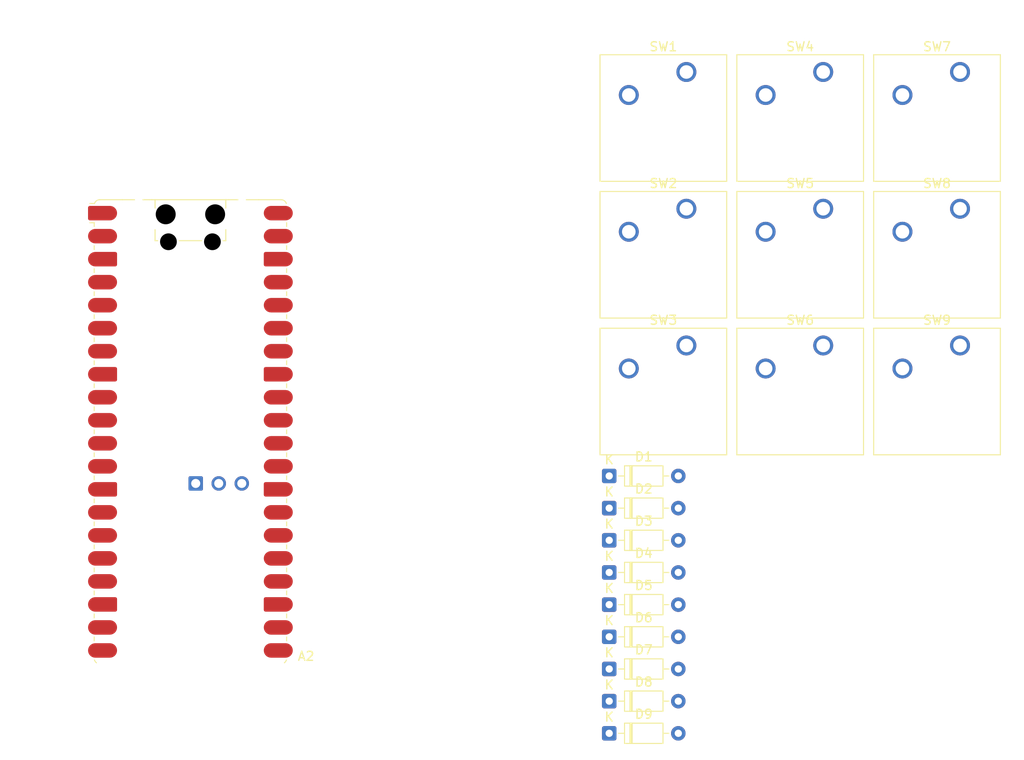
<source format=kicad_pcb>
(kicad_pcb (version 20241229) (generator "pcbnew") (generator_version "9.0")
  (layers (0 "F.Cu" signal) (2 "B.Cu" signal) (13 "F.Paste" user) (15 "B.Paste" user) (5 "F.SilkS" user "F.Silkscreen") (7 "B.SilkS" user "B.Silkscreen") (1 "F.Mask" user) (3 "B.Mask" user) (25 "Edge.Cuts" user))
  (net 0 "")
  (net 2 "row0")
  (net 11 "Net-(A2-GND-Pad13)")
  (net 15 "row1")
  (net 17 "row2")
  (net 20 "col0")
  (net 25 "col1")
  (net 31 "col2")
  (net 35 "Net-(D1-A)")
  (net 36 "Net-(D2-A)")
  (net 37 "Net-(D3-A)")
  (net 38 "Net-(D4-A)")
  (net 39 "Net-(D5-A)")
  (net 40 "Net-(D6-A)")
  (net 41 "Net-(D7-A)")
  (net 42 "Net-(D8-A)")
  (net 43 "Net-(D9-A)")
  (footprint "Button_Switch_Keyboard:SW_Cherry_MX_1.00u_PCB" (layer "F.Cu") (at 172 65.5)
    (property "Reference" "SW1" (at -2.54 -2.794 0) (layer "F.SilkS"))
    (property "Value" "SW_Push_45deg")
    (fp_line (start -9.525 -1.905) (end 4.445 -1.905) (stroke (width 0.12)) (layer "F.SilkS"))
    (fp_line (start -9.525 12.065) (end -9.525 -1.905) (stroke (width 0.12)) (layer "F.SilkS"))
    (fp_line (start 4.445 -1.905) (end 4.445 12.065) (stroke (width 0.12)) (layer "F.SilkS"))
    (fp_line (start 4.445 12.065) (end -9.525 12.065) (stroke (width 0.12)) (layer "F.SilkS"))
    (pad "" np_thru_hole circle (at -7.62 5.08) (size 1.7 1.7) (drill 1.7) (layers "*.Cu" "*.Mask"))
    (pad "" np_thru_hole circle (at -2.54 5.08) (size 4 4) (drill 4) (layers "*.Cu" "*.Mask"))
    (pad "" np_thru_hole circle (at 2.54 5.08) (size 1.7 1.7) (drill 1.7) (layers "*.Cu" "*.Mask"))
    (pad "1" thru_hole circle (at 0 0) (size 2.2 2.2) (drill 1.5) (layers "*.Cu" "*.Mask") (net 20 "col0"))
    (pad "2" thru_hole circle (at -6.35 2.54) (size 2.2 2.2) (drill 1.5) (layers "*.Cu" "*.Mask") (net 35 "Net-(D1-A)"))
  )
  (footprint "Diode_THT:D_DO-35_SOD27_P7.62mm_Horizontal" (layer "F.Cu") (at 163.49 120.73)
    (property "Reference" "D4" (at 3.81 -2.12 0) (layer "F.SilkS"))
    (property "Value" "1N4148")
    (fp_line (start 1.04 0) (end 1.69 0) (stroke (width 0.12)) (layer "F.SilkS"))
    (fp_line (start 2.29 -1.12) (end 2.29 1.12) (stroke (width 0.12)) (layer "F.SilkS"))
    (fp_line (start 2.41 -1.12) (end 2.41 1.12) (stroke (width 0.12)) (layer "F.SilkS"))
    (fp_line (start 2.53 -1.12) (end 2.53 1.12) (stroke (width 0.12)) (layer "F.SilkS"))
    (fp_line (start 6.58 0) (end 5.93 0) (stroke (width 0.12)) (layer "F.SilkS"))
    (fp_rect (start 1.69 -1.12) (end 5.93 1.12) (stroke (width 0.12)) (fill no) (layer "F.SilkS"))
    (fp_text user "K" (at 0 -1.8 0) (layer "F.SilkS"))
    (pad "1" thru_hole roundrect (at 0 0) (size 1.6 1.6) (drill 0.8) (layers "*.Cu" "*.Mask") (roundrect_rratio 0.15625) (net 15 "row1"))
    (pad "2" thru_hole circle (at 7.62 0) (size 1.6 1.6) (drill 0.8) (layers "*.Cu" "*.Mask") (net 38 "Net-(D4-A)"))
  )
  (footprint "Diode_THT:D_DO-35_SOD27_P7.62mm_Horizontal" (layer "F.Cu") (at 163.49 110.08)
    (property "Reference" "D1" (at 3.81 -2.12 0) (layer "F.SilkS"))
    (property "Value" "1N4148")
    (fp_line (start 1.04 0) (end 1.69 0) (stroke (width 0.12)) (layer "F.SilkS"))
    (fp_line (start 2.29 -1.12) (end 2.29 1.12) (stroke (width 0.12)) (layer "F.SilkS"))
    (fp_line (start 2.41 -1.12) (end 2.41 1.12) (stroke (width 0.12)) (layer "F.SilkS"))
    (fp_line (start 2.53 -1.12) (end 2.53 1.12) (stroke (width 0.12)) (layer "F.SilkS"))
    (fp_line (start 6.58 0) (end 5.93 0) (stroke (width 0.12)) (layer "F.SilkS"))
    (fp_rect (start 1.69 -1.12) (end 5.93 1.12) (stroke (width 0.12)) (fill no) (layer "F.SilkS"))
    (fp_text user "K" (at 0 -1.8 0) (layer "F.SilkS"))
    (pad "1" thru_hole roundrect (at 0 0) (size 1.6 1.6) (drill 0.8) (layers "*.Cu" "*.Mask") (roundrect_rratio 0.15625) (net 2 "row0"))
    (pad "2" thru_hole circle (at 7.62 0) (size 1.6 1.6) (drill 0.8) (layers "*.Cu" "*.Mask") (net 35 "Net-(D1-A)"))
  )
  (footprint "Diode_THT:D_DO-35_SOD27_P7.62mm_Horizontal" (layer "F.Cu") (at 163.49 134.93)
    (property "Reference" "D8" (at 3.81 -2.12 0) (layer "F.SilkS"))
    (property "Value" "1N4148")
    (fp_line (start 1.04 0) (end 1.69 0) (stroke (width 0.12)) (layer "F.SilkS"))
    (fp_line (start 2.29 -1.12) (end 2.29 1.12) (stroke (width 0.12)) (layer "F.SilkS"))
    (fp_line (start 2.41 -1.12) (end 2.41 1.12) (stroke (width 0.12)) (layer "F.SilkS"))
    (fp_line (start 2.53 -1.12) (end 2.53 1.12) (stroke (width 0.12)) (layer "F.SilkS"))
    (fp_line (start 6.58 0) (end 5.93 0) (stroke (width 0.12)) (layer "F.SilkS"))
    (fp_rect (start 1.69 -1.12) (end 5.93 1.12) (stroke (width 0.12)) (fill no) (layer "F.SilkS"))
    (fp_text user "K" (at 0 -1.8 0) (layer "F.SilkS"))
    (pad "1" thru_hole roundrect (at 0 0) (size 1.6 1.6) (drill 0.8) (layers "*.Cu" "*.Mask") (roundrect_rratio 0.15625) (net 17 "row2"))
    (pad "2" thru_hole circle (at 7.62 0) (size 1.6 1.6) (drill 0.8) (layers "*.Cu" "*.Mask") (net 42 "Net-(D8-A)"))
  )
  (footprint "Button_Switch_Keyboard:SW_Cherry_MX_1.00u_PCB" (layer "F.Cu") (at 172 95.68)
    (property "Reference" "SW3" (at -2.54 -2.794 0) (layer "F.SilkS"))
    (property "Value" "SW_Push_45deg")
    (fp_line (start -9.525 -1.905) (end 4.445 -1.905) (stroke (width 0.12)) (layer "F.SilkS"))
    (fp_line (start -9.525 12.065) (end -9.525 -1.905) (stroke (width 0.12)) (layer "F.SilkS"))
    (fp_line (start 4.445 -1.905) (end 4.445 12.065) (stroke (width 0.12)) (layer "F.SilkS"))
    (fp_line (start 4.445 12.065) (end -9.525 12.065) (stroke (width 0.12)) (layer "F.SilkS"))
    (pad "" np_thru_hole circle (at -7.62 5.08) (size 1.7 1.7) (drill 1.7) (layers "*.Cu" "*.Mask"))
    (pad "" np_thru_hole circle (at -2.54 5.08) (size 4 4) (drill 4) (layers "*.Cu" "*.Mask"))
    (pad "" np_thru_hole circle (at 2.54 5.08) (size 1.7 1.7) (drill 1.7) (layers "*.Cu" "*.Mask"))
    (pad "1" thru_hole circle (at 0 0) (size 2.2 2.2) (drill 1.5) (layers "*.Cu" "*.Mask") (net 31 "col2"))
    (pad "2" thru_hole circle (at -6.35 2.54) (size 2.2 2.2) (drill 1.5) (layers "*.Cu" "*.Mask") (net 37 "Net-(D3-A)"))
  )
  (footprint "Diode_THT:D_DO-35_SOD27_P7.62mm_Horizontal" (layer "F.Cu") (at 163.49 138.48)
    (property "Reference" "D9" (at 3.81 -2.12 0) (layer "F.SilkS"))
    (property "Value" "1N4148")
    (fp_line (start 1.04 0) (end 1.69 0) (stroke (width 0.12)) (layer "F.SilkS"))
    (fp_line (start 2.29 -1.12) (end 2.29 1.12) (stroke (width 0.12)) (layer "F.SilkS"))
    (fp_line (start 2.41 -1.12) (end 2.41 1.12) (stroke (width 0.12)) (layer "F.SilkS"))
    (fp_line (start 2.53 -1.12) (end 2.53 1.12) (stroke (width 0.12)) (layer "F.SilkS"))
    (fp_line (start 6.58 0) (end 5.93 0) (stroke (width 0.12)) (layer "F.SilkS"))
    (fp_rect (start 1.69 -1.12) (end 5.93 1.12) (stroke (width 0.12)) (fill no) (layer "F.SilkS"))
    (fp_text user "K" (at 0 -1.8 0) (layer "F.SilkS"))
    (pad "1" thru_hole roundrect (at 0 0) (size 1.6 1.6) (drill 0.8) (layers "*.Cu" "*.Mask") (roundrect_rratio 0.15625) (net 17 "row2"))
    (pad "2" thru_hole circle (at 7.62 0) (size 1.6 1.6) (drill 0.8) (layers "*.Cu" "*.Mask") (net 43 "Net-(D9-A)"))
  )
  (footprint "Diode_THT:D_DO-35_SOD27_P7.62mm_Horizontal" (layer "F.Cu") (at 163.49 124.28)
    (property "Reference" "D5" (at 3.81 -2.12 0) (layer "F.SilkS"))
    (property "Value" "1N4148")
    (fp_line (start 1.04 0) (end 1.69 0) (stroke (width 0.12)) (layer "F.SilkS"))
    (fp_line (start 2.29 -1.12) (end 2.29 1.12) (stroke (width 0.12)) (layer "F.SilkS"))
    (fp_line (start 2.41 -1.12) (end 2.41 1.12) (stroke (width 0.12)) (layer "F.SilkS"))
    (fp_line (start 2.53 -1.12) (end 2.53 1.12) (stroke (width 0.12)) (layer "F.SilkS"))
    (fp_line (start 6.58 0) (end 5.93 0) (stroke (width 0.12)) (layer "F.SilkS"))
    (fp_rect (start 1.69 -1.12) (end 5.93 1.12) (stroke (width 0.12)) (fill no) (layer "F.SilkS"))
    (fp_text user "K" (at 0 -1.8 0) (layer "F.SilkS"))
    (pad "1" thru_hole roundrect (at 0 0) (size 1.6 1.6) (drill 0.8) (layers "*.Cu" "*.Mask") (roundrect_rratio 0.15625) (net 15 "row1"))
    (pad "2" thru_hole circle (at 7.62 0) (size 1.6 1.6) (drill 0.8) (layers "*.Cu" "*.Mask") (net 39 "Net-(D5-A)"))
  )
  (footprint "Button_Switch_Keyboard:SW_Cherry_MX_1.00u_PCB" (layer "F.Cu") (at 187.09 95.68)
    (property "Reference" "SW6" (at -2.54 -2.794 0) (layer "F.SilkS"))
    (property "Value" "SW_Push_45deg")
    (fp_line (start -9.525 -1.905) (end 4.445 -1.905) (stroke (width 0.12)) (layer "F.SilkS"))
    (fp_line (start -9.525 12.065) (end -9.525 -1.905) (stroke (width 0.12)) (layer "F.SilkS"))
    (fp_line (start 4.445 -1.905) (end 4.445 12.065) (stroke (width 0.12)) (layer "F.SilkS"))
    (fp_line (start 4.445 12.065) (end -9.525 12.065) (stroke (width 0.12)) (layer "F.SilkS"))
    (pad "" np_thru_hole circle (at -7.62 5.08) (size 1.7 1.7) (drill 1.7) (layers "*.Cu" "*.Mask"))
    (pad "" np_thru_hole circle (at -2.54 5.08) (size 4 4) (drill 4) (layers "*.Cu" "*.Mask"))
    (pad "" np_thru_hole circle (at 2.54 5.08) (size 1.7 1.7) (drill 1.7) (layers "*.Cu" "*.Mask"))
    (pad "1" thru_hole circle (at 0 0) (size 2.2 2.2) (drill 1.5) (layers "*.Cu" "*.Mask") (net 31 "col2"))
    (pad "2" thru_hole circle (at -6.35 2.54) (size 2.2 2.2) (drill 1.5) (layers "*.Cu" "*.Mask") (net 40 "Net-(D6-A)"))
  )
  (footprint "Diode_THT:D_DO-35_SOD27_P7.62mm_Horizontal" (layer "F.Cu") (at 163.49 117.18)
    (property "Reference" "D3" (at 3.81 -2.12 0) (layer "F.SilkS"))
    (property "Value" "1N4148")
    (fp_line (start 1.04 0) (end 1.69 0) (stroke (width 0.12)) (layer "F.SilkS"))
    (fp_line (start 2.29 -1.12) (end 2.29 1.12) (stroke (width 0.12)) (layer "F.SilkS"))
    (fp_line (start 2.41 -1.12) (end 2.41 1.12) (stroke (width 0.12)) (layer "F.SilkS"))
    (fp_line (start 2.53 -1.12) (end 2.53 1.12) (stroke (width 0.12)) (layer "F.SilkS"))
    (fp_line (start 6.58 0) (end 5.93 0) (stroke (width 0.12)) (layer "F.SilkS"))
    (fp_rect (start 1.69 -1.12) (end 5.93 1.12) (stroke (width 0.12)) (fill no) (layer "F.SilkS"))
    (fp_text user "K" (at 0 -1.8 0) (layer "F.SilkS"))
    (pad "1" thru_hole roundrect (at 0 0) (size 1.6 1.6) (drill 0.8) (layers "*.Cu" "*.Mask") (roundrect_rratio 0.15625) (net 2 "row0"))
    (pad "2" thru_hole circle (at 7.62 0) (size 1.6 1.6) (drill 0.8) (layers "*.Cu" "*.Mask") (net 37 "Net-(D3-A)"))
  )
  (footprint "Module:RaspberryPi_Pico_W_SMD_HandSolder" (layer "F.Cu") (at 117.305 105.205)
    (property "Reference" "A2" (at 11.7475 24.765 0) (layer "F.SilkS") (effects (justify left)))
    (property "Value" "RaspberryPi_Pico_W")
    (fp_line (start -10.61 -23.07) (end -11.09 -23.07) (stroke (width 0.12)) (layer "F.SilkS"))
    (fp_line (start -10.61 -23.07) (end -10.61 -22.65) (stroke (width 0.12)) (layer "F.SilkS"))
    (fp_line (start -10.61 -20.53) (end -10.61 -20.11) (stroke (width 0.12)) (layer "F.SilkS"))
    (fp_line (start -10.61 -17.99) (end -10.61 -17.57) (stroke (width 0.12)) (layer "F.SilkS"))
    (fp_line (start -10.61 -15.45) (end -10.61 -15.03) (stroke (width 0.12)) (layer "F.SilkS"))
    (fp_line (start -10.61 -12.91) (end -10.61 -12.49) (stroke (width 0.12)) (layer "F.SilkS"))
    (fp_line (start -10.61 -10.37) (end -10.61 -9.95) (stroke (width 0.12)) (layer "F.SilkS"))
    (fp_line (start -10.61 -7.83) (end -10.61 -7.41) (stroke (width 0.12)) (layer "F.SilkS"))
    (fp_line (start -10.61 -5.29) (end -10.61 -4.87) (stroke (width 0.12)) (layer "F.SilkS"))
    (fp_line (start -10.61 -2.75) (end -10.61 -2.33) (stroke (width 0.12)) (layer "F.SilkS"))
    (fp_line (start -10.61 -0.21) (end -10.61 0.21) (stroke (width 0.12)) (layer "F.SilkS"))
    (fp_line (start -10.61 2.33) (end -10.61 2.75) (stroke (width 0.12)) (layer "F.SilkS"))
    (fp_line (start -10.61 4.87) (end -10.61 5.29) (stroke (width 0.12)) (layer "F.SilkS"))
    (fp_line (start -10.61 7.41) (end -10.61 7.83) (stroke (width 0.12)) (layer "F.SilkS"))
    (fp_line (start -10.61 9.95) (end -10.61 10.37) (stroke (width 0.12)) (layer "F.SilkS"))
    (fp_line (start -10.61 12.49) (end -10.61 12.91) (stroke (width 0.12)) (layer "F.SilkS"))
    (fp_line (start -10.61 15.03) (end -10.61 15.45) (stroke (width 0.12)) (layer "F.SilkS"))
    (fp_line (start -10.61 17.57) (end -10.61 17.99) (stroke (width 0.12)) (layer "F.SilkS"))
    (fp_line (start -10.61 20.11) (end -10.61 20.53) (stroke (width 0.12)) (layer "F.SilkS"))
    (fp_line (start -10.61 22.65) (end -10.61 23.07) (stroke (width 0.12)) (layer "F.SilkS"))
    (fp_line (start -10.579676 -25.19) (end -11.09 -25.19) (stroke (width 0.12)) (layer "F.SilkS"))
    (fp_line (start -10 -25.61) (end -7.51 -25.61) (stroke (width 0.12)) (layer "F.SilkS"))
    (fp_line (start -7.51 -25.61) (end -6.16206 -25.61) (stroke (width 0.12)) (layer "F.SilkS"))
    (fp_line (start -5.237939 -25.61) (end -4.235 -25.61) (stroke (width 0.12)) (layer "F.SilkS"))
    (fp_line (start -4.235 -25.61) (end 4.235 -25.61) (stroke (width 0.12)) (layer "F.SilkS"))
    (fp_line (start -3.9 -25.61) (end -3.9 -24.694) (stroke (width 0.12)) (layer "F.SilkS"))
    (fp_line (start -3.9 -22.306) (end -3.9 -21.09) (stroke (width 0.12)) (layer "F.SilkS"))
    (fp_line (start -3.9 -21.09) (end -3.60391 -21.09) (stroke (width 0.12)) (layer "F.SilkS"))
    (fp_line (start -1.24609 -21.09) (end 1.24609 -21.09) (stroke (width 0.12)) (layer "F.SilkS"))
    (fp_line (start 3.60391 -21.09) (end 3.9 -21.09) (stroke (width 0.12)) (layer "F.SilkS"))
    (fp_line (start 3.9 -25.61) (end 3.9 -24.694) (stroke (width 0.12)) (layer "F.SilkS"))
    (fp_line (start 3.9 -22.306) (end 3.9 -21.09) (stroke (width 0.12)) (layer "F.SilkS"))
    (fp_line (start 4.235 -25.61) (end 5.237939 -25.61) (stroke (width 0.12)) (layer "F.SilkS"))
    (fp_line (start 6.162061 -25.61) (end 7.51 -25.61) (stroke (width 0.12)) (layer "F.SilkS"))
    (fp_line (start 10 -25.61) (end 7.51 -25.61) (stroke (width 0.12)) (layer "F.SilkS"))
    (fp_line (start 10.61 -23.07) (end 10.61 -22.65) (stroke (width 0.12)) (layer "F.SilkS"))
    (fp_line (start 10.61 -20.53) (end 10.61 -20.11) (stroke (width 0.12)) (layer "F.SilkS"))
    (fp_line (start 10.61 -17.99) (end 10.61 -17.57) (stroke (width 0.12)) (layer "F.SilkS"))
    (fp_line (start 10.61 -15.45) (end 10.61 -15.03) (stroke (width 0.12)) (layer "F.SilkS"))
    (fp_line (start 10.61 -12.91) (end 10.61 -12.49) (stroke (width 0.12)) (layer "F.SilkS"))
    (fp_line (start 10.61 -10.37) (end 10.61 -9.95) (stroke (width 0.12)) (layer "F.SilkS"))
    (fp_line (start 10.61 -7.83) (end 10.61 -7.41) (stroke (width 0.12)) (layer "F.SilkS"))
    (fp_line (start 10.61 -5.29) (end 10.61 -4.87) (stroke (width 0.12)) (layer "F.SilkS"))
    (fp_line (start 10.61 -2.75) (end 10.61 -2.33) (stroke (width 0.12)) (layer "F.SilkS"))
    (fp_line (start 10.61 -0.21) (end 10.61 0.21) (stroke (width 0.12)) (layer "F.SilkS"))
    (fp_line (start 10.61 2.33) (end 10.61 2.75) (stroke (width 0.12)) (layer "F.SilkS"))
    (fp_line (start 10.61 4.87) (end 10.61 5.29) (stroke (width 0.12)) (layer "F.SilkS"))
    (fp_line (start 10.61 7.41) (end 10.61 7.83) (stroke (width 0.12)) (layer "F.SilkS"))
    (fp_line (start 10.61 9.95) (end 10.61 10.37) (stroke (width 0.12)) (layer "F.SilkS"))
    (fp_line (start 10.61 12.49) (end 10.61 12.91) (stroke (width 0.12)) (layer "F.SilkS"))
    (fp_line (start 10.61 15.03) (end 10.61 15.45) (stroke (width 0.12)) (layer "F.SilkS"))
    (fp_line (start 10.61 17.57) (end 10.61 17.99) (stroke (width 0.12)) (layer "F.SilkS"))
    (fp_line (start 10.61 20.11) (end 10.61 20.53) (stroke (width 0.12)) (layer "F.SilkS"))
    (fp_line (start 10.61 22.65) (end 10.61 23.07) (stroke (width 0.12)) (layer "F.SilkS"))
    (fp_arc (start -10.579676 -25.19) (mid -10.357938 -25.493944) (end -10 -25.61) (stroke (width 0.12)) (layer "F.SilkS"))
    (fp_arc (start -10.363318 25.49) (mid -10.494791 25.356765) (end -10.579676 25.189937) (stroke (width 0.12)) (layer "F.SilkS"))
    (fp_arc (start 10 -25.61) (mid 10.357937 -25.493944) (end 10.579676 -25.189937) (stroke (width 0.12)) (layer "F.SilkS"))
    (fp_arc (start 10.579676 25.189937) (mid 10.494803 25.356773) (end 10.363318 25.49) (stroke (width 0.12)) (layer "F.SilkS"))
    (pad "" smd rect (at -8.89 -24.13) (size 3.8 2.2) (drill (offset -0.8 0)) (layers "F.Paste"))
    (pad "" smd rect (at -8.89 -21.59) (size 3.8 2.2) (drill (offset -0.8 0)) (layers "F.Paste"))
    (pad "" smd rect (at -8.89 -19.05) (size 3.8 2.2) (drill (offset -0.8 0)) (layers "F.Paste"))
    (pad "" smd rect (at -8.89 -16.51) (size 3.8 2.2) (drill (offset -0.8 0)) (layers "F.Paste"))
    (pad "" smd rect (at -8.89 -13.97) (size 3.8 2.2) (drill (offset -0.8 0)) (layers "F.Paste"))
    (pad "" smd rect (at -8.89 -11.43) (size 3.8 2.2) (drill (offset -0.8 0)) (layers "F.Paste"))
    (pad "" smd rect (at -8.89 -8.89) (size 3.8 2.2) (drill (offset -0.8 0)) (layers "F.Paste"))
    (pad "" smd rect (at -8.89 -6.35) (size 3.8 2.2) (drill (offset -0.8 0)) (layers "F.Paste"))
    (pad "" smd rect (at -8.89 -3.81) (size 3.8 2.2) (drill (offset -0.8 0)) (layers "F.Paste"))
    (pad "" smd rect (at -8.89 -1.27) (size 3.8 2.2) (drill (offset -0.8 0)) (layers "F.Paste"))
    (pad "" smd rect (at -8.89 1.27) (size 3.8 2.2) (drill (offset -0.8 0)) (layers "F.Paste"))
    (pad "" smd rect (at -8.89 3.81) (size 3.8 2.2) (drill (offset -0.8 0)) (layers "F.Paste"))
    (pad "" smd rect (at -8.89 6.35) (size 3.8 2.2) (drill (offset -0.8 0)) (layers "F.Paste"))
    (pad "" smd rect (at -8.89 8.89) (size 3.8 2.2) (drill (offset -0.8 0)) (layers "F.Paste"))
    (pad "" smd rect (at -8.89 11.43) (size 3.8 2.2) (drill (offset -0.8 0)) (layers "F.Paste"))
    (pad "" smd rect (at -8.89 13.97) (size 3.8 2.2) (drill (offset -0.8 0)) (layers "F.Paste"))
    (pad "" smd rect (at -8.89 16.51) (size 3.8 2.2) (drill (offset -0.8 0)) (layers "F.Paste"))
    (pad "" smd rect (at -8.89 19.05) (size 3.8 2.2) (drill (offset -0.8 0)) (layers "F.Paste"))
    (pad "" smd rect (at -8.89 21.59) (size 3.8 2.2) (drill (offset -0.8 0)) (layers "F.Paste"))
    (pad "" smd rect (at -8.89 24.13) (size 3.8 2.2) (drill (offset -0.8 0)) (layers "F.Paste"))
    (pad "" np_thru_hole circle (at -2.725 -24) (size 2.2 2.2) (drill 2.2) (layers "*.Mask"))
    (pad "" np_thru_hole circle (at -2.425 -20.97) (size 1.85 1.85) (drill 1.85) (layers "*.Mask"))
    (pad "" np_thru_hole circle (at 2.425 -20.97) (size 1.85 1.85) (drill 1.85) (layers "*.Mask"))
    (pad "" np_thru_hole circle (at 2.725 -24) (size 2.2 2.2) (drill 2.2) (layers "*.Mask"))
    (pad "" smd rect (at 8.89 -24.13) (size 3.8 2.2) (drill (offset 0.8 0)) (layers "F.Paste"))
    (pad "" smd rect (at 8.89 -21.59) (size 3.8 2.2) (drill (offset 0.8 0)) (layers "F.Paste"))
    (pad "" smd rect (at 8.89 -19.05) (size 3.8 2.2) (drill (offset 0.8 0)) (layers "F.Paste"))
    (pad "" smd rect (at 8.89 -16.51) (size 3.8 2.2) (drill (offset 0.8 0)) (layers "F.Paste"))
    (pad "" smd rect (at 8.89 -13.97) (size 3.8 2.2) (drill (offset 0.8 0)) (layers "F.Paste"))
    (pad "" smd rect (at 8.89 -11.43) (size 3.8 2.2) (drill (offset 0.8 0)) (layers "F.Paste"))
    (pad "" smd rect (at 8.89 -8.89) (size 3.8 2.2) (drill (offset 0.8 0)) (layers "F.Paste"))
    (pad "" smd rect (at 8.89 -6.35) (size 3.8 2.2) (drill (offset 0.8 0)) (layers "F.Paste"))
    (pad "" smd rect (at 8.89 -3.81) (size 3.8 2.2) (drill (offset 0.8 0)) (layers "F.Paste"))
    (pad "" smd rect (at 8.89 -1.27) (size 3.8 2.2) (drill (offset 0.8 0)) (layers "F.Paste"))
    (pad "" smd rect (at 8.89 1.27) (size 3.8 2.2) (drill (offset 0.8 0)) (layers "F.Paste"))
    (pad "" smd rect (at 8.89 3.81) (size 3.8 2.2) (drill (offset 0.8 0)) (layers "F.Paste"))
    (pad "" smd rect (at 8.89 6.35) (size 3.8 2.2) (drill (offset 0.8 0)) (layers "F.Paste"))
    (pad "" smd rect (at 8.89 8.89) (size 3.8 2.2) (drill (offset 0.8 0)) (layers "F.Paste"))
    (pad "" smd rect (at 8.89 11.43) (size 3.8 2.2) (drill (offset 0.8 0)) (layers "F.Paste"))
    (pad "" smd rect (at 8.89 13.97) (size 3.8 2.2) (drill (offset 0.8 0)) (layers "F.Paste"))
    (pad "" smd rect (at 8.89 16.51) (size 3.8 2.2) (drill (offset 0.8 0)) (layers "F.Paste"))
    (pad "" smd rect (at 8.89 19.05) (size 3.8 2.2) (drill (offset 0.8 0)) (layers "F.Paste"))
    (pad "" smd rect (at 8.89 21.59) (size 3.8 2.2) (drill (offset 0.8 0)) (layers "F.Paste"))
    (pad "" smd rect (at 8.89 24.13) (size 3.8 2.2) (drill (offset 0.8 0)) (layers "F.Paste"))
    (pad "1" smd custom (at -9.69 -24.13) (size 1.6 0.8) (layers "F.Cu" "F.Mask") (options (clearance outline) (anchor rect)) (primitives (gr_circle (center 0.8 0) (end 1.6 0) (width 0) (fill yes)) (gr_poly (pts (xy -1.6 -0.6) (xy -1.6 0.6) (xy -1.4 0.8) (xy 0.8 0.8) (xy 0.8 -0.8) (xy -1.4 -0.8)) (width 0) (fill yes)) (gr_circle (center -1.4 -0.6) (end -1.2 -0.6) (width 0) (fill yes)) (gr_circle (center -1.4 0.6) (end -1.2 0.6) (width 0) (fill yes))))
    (pad "2" smd roundrect (at -9.69 -21.59) (size 3.2 1.6) (layers "F.Cu" "F.Mask") (roundrect_rratio 0.5))
    (pad "3" smd custom (at -9.69 -19.05) (size 1.6 0.8) (layers "F.Cu" "F.Mask") (net 11 "Net-(A2-GND-Pad13)") (options (clearance outline) (anchor rect)) (primitives (gr_circle (center -0.8 0) (end 0 0) (width 0) (fill yes)) (gr_poly (pts (xy 1.6 -0.6) (xy 1.6 0.6) (xy 1.4 0.8) (xy -0.8 0.8) (xy -0.8 -0.8) (xy 1.4 -0.8)) (width 0) (fill yes)) (gr_circle (center 1.4 -0.6) (end 1.6 -0.6) (width 0) (fill yes)) (gr_circle (center 1.4 0.6) (end 1.6 0.6) (width 0) (fill yes))))
    (pad "4" smd roundrect (at -9.69 -16.51) (size 3.2 1.6) (layers "F.Cu" "F.Mask") (roundrect_rratio 0.5) (net 20 "col0"))
    (pad "5" smd roundrect (at -9.69 -13.97) (size 3.2 1.6) (layers "F.Cu" "F.Mask") (roundrect_rratio 0.5) (net 25 "col1"))
    (pad "6" smd roundrect (at -9.69 -11.43) (size 3.2 1.6) (layers "F.Cu" "F.Mask") (roundrect_rratio 0.5) (net 31 "col2"))
    (pad "7" smd roundrect (at -9.69 -8.89) (size 3.2 1.6) (layers "F.Cu" "F.Mask") (roundrect_rratio 0.5) (net 2 "row0"))
    (pad "8" smd custom (at -9.69 -6.35) (size 1.6 0.8) (layers "F.Cu" "F.Mask") (net 11 "Net-(A2-GND-Pad13)") (options (clearance outline) (anchor rect)) (primitives (gr_circle (center -0.8 0) (end 0 0) (width 0) (fill yes)) (gr_poly (pts (xy 1.6 -0.6) (xy 1.6 0.6) (xy 1.4 0.8) (xy -0.8 0.8) (xy -0.8 -0.8) (xy 1.4 -0.8)) (width 0) (fill yes)) (gr_circle (center 1.4 -0.6) (end 1.6 -0.6) (width 0) (fill yes)) (gr_circle (center 1.4 0.6) (end 1.6 0.6) (width 0) (fill yes))))
    (pad "9" smd roundrect (at -9.69 -3.81) (size 3.2 1.6) (layers "F.Cu" "F.Mask") (roundrect_rratio 0.5) (net 15 "row1"))
    (pad "10" smd roundrect (at -9.69 -1.27) (size 3.2 1.6) (layers "F.Cu" "F.Mask") (roundrect_rratio 0.5) (net 17 "row2"))
    (pad "11" smd roundrect (at -9.69 1.27) (size 3.2 1.6) (layers "F.Cu" "F.Mask") (roundrect_rratio 0.5))
    (pad "12" smd roundrect (at -9.69 3.81) (size 3.2 1.6) (layers "F.Cu" "F.Mask") (roundrect_rratio 0.5))
    (pad "13" smd custom (at -9.69 6.35) (size 1.6 0.8) (layers "F.Cu" "F.Mask") (net 11 "Net-(A2-GND-Pad13)") (options (clearance outline) (anchor rect)) (primitives (gr_circle (center -0.8 0) (end 0 0) (width 0) (fill yes)) (gr_poly (pts (xy 1.6 -0.6) (xy 1.6 0.6) (xy 1.4 0.8) (xy -0.8 0.8) (xy -0.8 -0.8) (xy 1.4 -0.8)) (width 0) (fill yes)) (gr_circle (center 1.4 -0.6) (end 1.6 -0.6) (width 0) (fill yes)) (gr_circle (center 1.4 0.6) (end 1.6 0.6) (width 0) (fill yes))))
    (pad "14" smd roundrect (at -9.69 8.89) (size 3.2 1.6) (layers "F.Cu" "F.Mask") (roundrect_rratio 0.5))
    (pad "15" smd roundrect (at -9.69 11.43) (size 3.2 1.6) (layers "F.Cu" "F.Mask") (roundrect_rratio 0.5))
    (pad "16" smd roundrect (at -9.69 13.97) (size 3.2 1.6) (layers "F.Cu" "F.Mask") (roundrect_rratio 0.5))
    (pad "17" smd roundrect (at -9.69 16.51) (size 3.2 1.6) (layers "F.Cu" "F.Mask") (roundrect_rratio 0.5))
    (pad "18" smd custom (at -9.69 19.05) (size 1.6 0.8) (layers "F.Cu" "F.Mask") (net 11 "Net-(A2-GND-Pad13)") (options (clearance outline) (anchor rect)) (primitives (gr_circle (center -0.8 0) (end 0 0) (width 0) (fill yes)) (gr_poly (pts (xy 1.6 -0.6) (xy 1.6 0.6) (xy 1.4 0.8) (xy -0.8 0.8) (xy -0.8 -0.8) (xy 1.4 -0.8)) (width 0) (fill yes)) (gr_circle (center 1.4 -0.6) (end 1.6 -0.6) (width 0) (fill yes)) (gr_circle (center 1.4 0.6) (end 1.6 0.6) (width 0) (fill yes))))
    (pad "19" smd roundrect (at -9.69 21.59) (size 3.2 1.6) (layers "F.Cu" "F.Mask") (roundrect_rratio 0.5))
    (pad "20" smd roundrect (at -9.69 24.13) (size 3.2 1.6) (layers "F.Cu" "F.Mask") (roundrect_rratio 0.5))
    (pad "21" smd roundrect (at 9.69 24.13) (size 3.2 1.6) (layers "F.Cu" "F.Mask") (roundrect_rratio 0.5))
    (pad "22" smd roundrect (at 9.69 21.59) (size 3.2 1.6) (layers "F.Cu" "F.Mask") (roundrect_rratio 0.5))
    (pad "23" smd custom (at 9.69 19.05) (size 1.6 0.8) (layers "F.Cu" "F.Mask") (net 11 "Net-(A2-GND-Pad13)") (options (clearance outline) (anchor rect)) (primitives (gr_circle (center 0.8 0) (end 1.6 0) (width 0) (fill yes)) (gr_poly (pts (xy -1.6 -0.6) (xy -1.6 0.6) (xy -1.4 0.8) (xy 0.8 0.8) (xy 0.8 -0.8) (xy -1.4 -0.8)) (width 0) (fill yes)) (gr_circle (center -1.4 -0.6) (end -1.2 -0.6) (width 0) (fill yes)) (gr_circle (center -1.4 0.6) (end -1.2 0.6) (width 0) (fill yes))))
    (pad "24" smd roundrect (at 9.69 16.51) (size 3.2 1.6) (layers "F.Cu" "F.Mask") (roundrect_rratio 0.5))
    (pad "25" smd roundrect (at 9.69 13.97) (size 3.2 1.6) (layers "F.Cu" "F.Mask") (roundrect_rratio 0.5))
    (pad "26" smd roundrect (at 9.69 11.43) (size 3.2 1.6) (layers "F.Cu" "F.Mask") (roundrect_rratio 0.5))
    (pad "27" smd roundrect (at 9.69 8.89) (size 3.2 1.6) (layers "F.Cu" "F.Mask") (roundrect_rratio 0.5))
    (pad "28" smd custom (at 9.69 6.35) (size 1.6 0.8) (layers "F.Cu" "F.Mask") (net 11 "Net-(A2-GND-Pad13)") (options (clearance outline) (anchor rect)) (primitives (gr_circle (center 0.8 0) (end 1.6 0) (width 0) (fill yes)) (gr_poly (pts (xy -1.6 -0.6) (xy -1.6 0.6) (xy -1.4 0.8) (xy 0.8 0.8) (xy 0.8 -0.8) (xy -1.4 -0.8)) (width 0) (fill yes)) (gr_circle (center -1.4 -0.6) (end -1.2 -0.6) (width 0) (fill yes)) (gr_circle (center -1.4 0.6) (end -1.2 0.6) (width 0) (fill yes))))
    (pad "29" smd roundrect (at 9.69 3.81) (size 3.2 1.6) (layers "F.Cu" "F.Mask") (roundrect_rratio 0.5))
    (pad "30" smd roundrect (at 9.69 1.27) (size 3.2 1.6) (layers "F.Cu" "F.Mask") (roundrect_rratio 0.5))
    (pad "31" smd roundrect (at 9.69 -1.27) (size 3.2 1.6) (layers "F.Cu" "F.Mask") (roundrect_rratio 0.5))
    (pad "32" smd roundrect (at 9.69 -3.81) (size 3.2 1.6) (layers "F.Cu" "F.Mask") (roundrect_rratio 0.5))
    (pad "33" smd custom (at 9.69 -6.35) (size 1.6 0.8) (layers "F.Cu" "F.Mask") (options (clearance outline) (anchor rect)) (primitives (gr_circle (center 0.8 0) (end 1.6 0) (width 0) (fill yes)) (gr_poly (pts (xy -1.6 -0.6) (xy -1.6 0.6) (xy -1.4 0.8) (xy 0.8 0.8) (xy 0.8 -0.8) (xy -1.4 -0.8)) (width 0) (fill yes)) (gr_circle (center -1.4 -0.6) (end -1.2 -0.6) (width 0) (fill yes)) (gr_circle (center -1.4 0.6) (end -1.2 0.6) (width 0) (fill yes))))
    (pad "34" smd roundrect (at 9.69 -8.89) (size 3.2 1.6) (layers "F.Cu" "F.Mask") (roundrect_rratio 0.5))
    (pad "35" smd roundrect (at 9.69 -11.43) (size 3.2 1.6) (layers "F.Cu" "F.Mask") (roundrect_rratio 0.5))
    (pad "36" smd roundrect (at 9.69 -13.97) (size 3.2 1.6) (layers "F.Cu" "F.Mask") (roundrect_rratio 0.5))
    (pad "37" smd roundrect (at 9.69 -16.51) (size 3.2 1.6) (layers "F.Cu" "F.Mask") (roundrect_rratio 0.5))
    (pad "38" smd custom (at 9.69 -19.05) (size 1.6 0.8) (layers "F.Cu" "F.Mask") (net 11 "Net-(A2-GND-Pad13)") (options (clearance outline) (anchor rect)) (primitives (gr_circle (center 0.8 0) (end 1.6 0) (width 0) (fill yes)) (gr_poly (pts (xy -1.6 -0.6) (xy -1.6 0.6) (xy -1.4 0.8) (xy 0.8 0.8) (xy 0.8 -0.8) (xy -1.4 -0.8)) (width 0) (fill yes)) (gr_circle (center -1.4 -0.6) (end -1.2 -0.6) (width 0) (fill yes)) (gr_circle (center -1.4 0.6) (end -1.2 0.6) (width 0) (fill yes))))
    (pad "39" smd roundrect (at 9.69 -21.59) (size 3.2 1.6) (layers "F.Cu" "F.Mask") (roundrect_rratio 0.5))
    (pad "40" smd roundrect (at 9.69 -24.13) (size 3.2 1.6) (layers "F.Cu" "F.Mask") (roundrect_rratio 0.5))
    (pad "D1" thru_hole roundrect (at 0.5841 5.7) (size 1.6 1.6) (drill 1) (layers "*.Cu" "*.Mask") (roundrect_rratio 0.125))
    (pad "D2" thru_hole circle (at 3.1241 5.7) (size 1.6 1.6) (drill 1) (layers "*.Cu" "*.Mask"))
    (pad "D3" thru_hole circle (at 5.6641 5.7) (size 1.6 1.6) (drill 1) (layers "*.Cu" "*.Mask"))
  )
  (footprint "Button_Switch_Keyboard:SW_Cherry_MX_1.00u_PCB" (layer "F.Cu") (at 202.18 80.59)
    (property "Reference" "SW8" (at -2.54 -2.794 0) (layer "F.SilkS"))
    (property "Value" "SW_Push_45deg")
    (fp_line (start -9.525 -1.905) (end 4.445 -1.905) (stroke (width 0.12)) (layer "F.SilkS"))
    (fp_line (start -9.525 12.065) (end -9.525 -1.905) (stroke (width 0.12)) (layer "F.SilkS"))
    (fp_line (start 4.445 -1.905) (end 4.445 12.065) (stroke (width 0.12)) (layer "F.SilkS"))
    (fp_line (start 4.445 12.065) (end -9.525 12.065) (stroke (width 0.12)) (layer "F.SilkS"))
    (pad "" np_thru_hole circle (at -7.62 5.08) (size 1.7 1.7) (drill 1.7) (layers "*.Cu" "*.Mask"))
    (pad "" np_thru_hole circle (at -2.54 5.08) (size 4 4) (drill 4) (layers "*.Cu" "*.Mask"))
    (pad "" np_thru_hole circle (at 2.54 5.08) (size 1.7 1.7) (drill 1.7) (layers "*.Cu" "*.Mask"))
    (pad "1" thru_hole circle (at 0 0) (size 2.2 2.2) (drill 1.5) (layers "*.Cu" "*.Mask") (net 25 "col1"))
    (pad "2" thru_hole circle (at -6.35 2.54) (size 2.2 2.2) (drill 1.5) (layers "*.Cu" "*.Mask") (net 42 "Net-(D8-A)"))
  )
  (footprint "Button_Switch_Keyboard:SW_Cherry_MX_1.00u_PCB" (layer "F.Cu") (at 172 80.59)
    (property "Reference" "SW2" (at -2.54 -2.794 0) (layer "F.SilkS"))
    (property "Value" "SW_Push_45deg")
    (fp_line (start -9.525 -1.905) (end 4.445 -1.905) (stroke (width 0.12)) (layer "F.SilkS"))
    (fp_line (start -9.525 12.065) (end -9.525 -1.905) (stroke (width 0.12)) (layer "F.SilkS"))
    (fp_line (start 4.445 -1.905) (end 4.445 12.065) (stroke (width 0.12)) (layer "F.SilkS"))
    (fp_line (start 4.445 12.065) (end -9.525 12.065) (stroke (width 0.12)) (layer "F.SilkS"))
    (pad "" np_thru_hole circle (at -7.62 5.08) (size 1.7 1.7) (drill 1.7) (layers "*.Cu" "*.Mask"))
    (pad "" np_thru_hole circle (at -2.54 5.08) (size 4 4) (drill 4) (layers "*.Cu" "*.Mask"))
    (pad "" np_thru_hole circle (at 2.54 5.08) (size 1.7 1.7) (drill 1.7) (layers "*.Cu" "*.Mask"))
    (pad "1" thru_hole circle (at 0 0) (size 2.2 2.2) (drill 1.5) (layers "*.Cu" "*.Mask") (net 25 "col1"))
    (pad "2" thru_hole circle (at -6.35 2.54) (size 2.2 2.2) (drill 1.5) (layers "*.Cu" "*.Mask") (net 36 "Net-(D2-A)"))
  )
  (footprint "Diode_THT:D_DO-35_SOD27_P7.62mm_Horizontal" (layer "F.Cu") (at 163.49 113.63)
    (property "Reference" "D2" (at 3.81 -2.12 0) (layer "F.SilkS"))
    (property "Value" "1N4148")
    (fp_line (start 1.04 0) (end 1.69 0) (stroke (width 0.12)) (layer "F.SilkS"))
    (fp_line (start 2.29 -1.12) (end 2.29 1.12) (stroke (width 0.12)) (layer "F.SilkS"))
    (fp_line (start 2.41 -1.12) (end 2.41 1.12) (stroke (width 0.12)) (layer "F.SilkS"))
    (fp_line (start 2.53 -1.12) (end 2.53 1.12) (stroke (width 0.12)) (layer "F.SilkS"))
    (fp_line (start 6.58 0) (end 5.93 0) (stroke (width 0.12)) (layer "F.SilkS"))
    (fp_rect (start 1.69 -1.12) (end 5.93 1.12) (stroke (width 0.12)) (fill no) (layer "F.SilkS"))
    (fp_text user "K" (at 0 -1.8 0) (layer "F.SilkS"))
    (pad "1" thru_hole roundrect (at 0 0) (size 1.6 1.6) (drill 0.8) (layers "*.Cu" "*.Mask") (roundrect_rratio 0.15625) (net 2 "row0"))
    (pad "2" thru_hole circle (at 7.62 0) (size 1.6 1.6) (drill 0.8) (layers "*.Cu" "*.Mask") (net 36 "Net-(D2-A)"))
  )
  (footprint "Button_Switch_Keyboard:SW_Cherry_MX_1.00u_PCB" (layer "F.Cu") (at 202.18 95.68)
    (property "Reference" "SW9" (at -2.54 -2.794 0) (layer "F.SilkS"))
    (property "Value" "SW_Push_45deg")
    (fp_line (start -9.525 -1.905) (end 4.445 -1.905) (stroke (width 0.12)) (layer "F.SilkS"))
    (fp_line (start -9.525 12.065) (end -9.525 -1.905) (stroke (width 0.12)) (layer "F.SilkS"))
    (fp_line (start 4.445 -1.905) (end 4.445 12.065) (stroke (width 0.12)) (layer "F.SilkS"))
    (fp_line (start 4.445 12.065) (end -9.525 12.065) (stroke (width 0.12)) (layer "F.SilkS"))
    (pad "" np_thru_hole circle (at -7.62 5.08) (size 1.7 1.7) (drill 1.7) (layers "*.Cu" "*.Mask"))
    (pad "" np_thru_hole circle (at -2.54 5.08) (size 4 4) (drill 4) (layers "*.Cu" "*.Mask"))
    (pad "" np_thru_hole circle (at 2.54 5.08) (size 1.7 1.7) (drill 1.7) (layers "*.Cu" "*.Mask"))
    (pad "1" thru_hole circle (at 0 0) (size 2.2 2.2) (drill 1.5) (layers "*.Cu" "*.Mask") (net 31 "col2"))
    (pad "2" thru_hole circle (at -6.35 2.54) (size 2.2 2.2) (drill 1.5) (layers "*.Cu" "*.Mask") (net 43 "Net-(D9-A)"))
  )
  (footprint "Button_Switch_Keyboard:SW_Cherry_MX_1.00u_PCB" (layer "F.Cu") (at 187.09 65.5)
    (property "Reference" "SW4" (at -2.54 -2.794 0) (layer "F.SilkS"))
    (property "Value" "SW_Push_45deg")
    (fp_line (start -9.525 -1.905) (end 4.445 -1.905) (stroke (width 0.12)) (layer "F.SilkS"))
    (fp_line (start -9.525 12.065) (end -9.525 -1.905) (stroke (width 0.12)) (layer "F.SilkS"))
    (fp_line (start 4.445 -1.905) (end 4.445 12.065) (stroke (width 0.12)) (layer "F.SilkS"))
    (fp_line (start 4.445 12.065) (end -9.525 12.065) (stroke (width 0.12)) (layer "F.SilkS"))
    (pad "" np_thru_hole circle (at -7.62 5.08) (size 1.7 1.7) (drill 1.7) (layers "*.Cu" "*.Mask"))
    (pad "" np_thru_hole circle (at -2.54 5.08) (size 4 4) (drill 4) (layers "*.Cu" "*.Mask"))
    (pad "" np_thru_hole circle (at 2.54 5.08) (size 1.7 1.7) (drill 1.7) (layers "*.Cu" "*.Mask"))
    (pad "1" thru_hole circle (at 0 0) (size 2.2 2.2) (drill 1.5) (layers "*.Cu" "*.Mask") (net 20 "col0"))
    (pad "2" thru_hole circle (at -6.35 2.54) (size 2.2 2.2) (drill 1.5) (layers "*.Cu" "*.Mask") (net 38 "Net-(D4-A)"))
  )
  (footprint "Button_Switch_Keyboard:SW_Cherry_MX_1.00u_PCB" (layer "F.Cu") (at 187.09 80.59)
    (property "Reference" "SW5" (at -2.54 -2.794 0) (layer "F.SilkS"))
    (property "Value" "SW_Push_45deg")
    (fp_line (start -9.525 -1.905) (end 4.445 -1.905) (stroke (width 0.12)) (layer "F.SilkS"))
    (fp_line (start -9.525 12.065) (end -9.525 -1.905) (stroke (width 0.12)) (layer "F.SilkS"))
    (fp_line (start 4.445 -1.905) (end 4.445 12.065) (stroke (width 0.12)) (layer "F.SilkS"))
    (fp_line (start 4.445 12.065) (end -9.525 12.065) (stroke (width 0.12)) (layer "F.SilkS"))
    (pad "" np_thru_hole circle (at -7.62 5.08) (size 1.7 1.7) (drill 1.7) (layers "*.Cu" "*.Mask"))
    (pad "" np_thru_hole circle (at -2.54 5.08) (size 4 4) (drill 4) (layers "*.Cu" "*.Mask"))
    (pad "" np_thru_hole circle (at 2.54 5.08) (size 1.7 1.7) (drill 1.7) (layers "*.Cu" "*.Mask"))
    (pad "1" thru_hole circle (at 0 0) (size 2.2 2.2) (drill 1.5) (layers "*.Cu" "*.Mask") (net 25 "col1"))
    (pad "2" thru_hole circle (at -6.35 2.54) (size 2.2 2.2) (drill 1.5) (layers "*.Cu" "*.Mask") (net 39 "Net-(D5-A)"))
  )
  (footprint "Diode_THT:D_DO-35_SOD27_P7.62mm_Horizontal" (layer "F.Cu") (at 163.49 127.83)
    (property "Reference" "D6" (at 3.81 -2.12 0) (layer "F.SilkS"))
    (property "Value" "1N4148")
    (fp_line (start 1.04 0) (end 1.69 0) (stroke (width 0.12)) (layer "F.SilkS"))
    (fp_line (start 2.29 -1.12) (end 2.29 1.12) (stroke (width 0.12)) (layer "F.SilkS"))
    (fp_line (start 2.41 -1.12) (end 2.41 1.12) (stroke (width 0.12)) (layer "F.SilkS"))
    (fp_line (start 2.53 -1.12) (end 2.53 1.12) (stroke (width 0.12)) (layer "F.SilkS"))
    (fp_line (start 6.58 0) (end 5.93 0) (stroke (width 0.12)) (layer "F.SilkS"))
    (fp_rect (start 1.69 -1.12) (end 5.93 1.12) (stroke (width 0.12)) (fill no) (layer "F.SilkS"))
    (fp_text user "K" (at 0 -1.8 0) (layer "F.SilkS"))
    (pad "1" thru_hole roundrect (at 0 0) (size 1.6 1.6) (drill 0.8) (layers "*.Cu" "*.Mask") (roundrect_rratio 0.15625) (net 15 "row1"))
    (pad "2" thru_hole circle (at 7.62 0) (size 1.6 1.6) (drill 0.8) (layers "*.Cu" "*.Mask") (net 40 "Net-(D6-A)"))
  )
  (footprint "Diode_THT:D_DO-35_SOD27_P7.62mm_Horizontal" (layer "F.Cu") (at 163.49 131.38)
    (property "Reference" "D7" (at 3.81 -2.12 0) (layer "F.SilkS"))
    (property "Value" "1N4148")
    (fp_line (start 1.04 0) (end 1.69 0) (stroke (width 0.12)) (layer "F.SilkS"))
    (fp_line (start 2.29 -1.12) (end 2.29 1.12) (stroke (width 0.12)) (layer "F.SilkS"))
    (fp_line (start 2.41 -1.12) (end 2.41 1.12) (stroke (width 0.12)) (layer "F.SilkS"))
    (fp_line (start 2.53 -1.12) (end 2.53 1.12) (stroke (width 0.12)) (layer "F.SilkS"))
    (fp_line (start 6.58 0) (end 5.93 0) (stroke (width 0.12)) (layer "F.SilkS"))
    (fp_rect (start 1.69 -1.12) (end 5.93 1.12) (stroke (width 0.12)) (fill no) (layer "F.SilkS"))
    (fp_text user "K" (at 0 -1.8 0) (layer "F.SilkS"))
    (pad "1" thru_hole roundrect (at 0 0) (size 1.6 1.6) (drill 0.8) (layers "*.Cu" "*.Mask") (roundrect_rratio 0.15625) (net 17 "row2"))
    (pad "2" thru_hole circle (at 7.62 0) (size 1.6 1.6) (drill 0.8) (layers "*.Cu" "*.Mask") (net 41 "Net-(D7-A)"))
  )
  (footprint "Button_Switch_Keyboard:SW_Cherry_MX_1.00u_PCB" (layer "F.Cu") (at 202.18 65.5)
    (property "Reference" "SW7" (at -2.54 -2.794 0) (layer "F.SilkS"))
    (property "Value" "SW_Push_45deg")
    (fp_line (start -9.525 -1.905) (end 4.445 -1.905) (stroke (width 0.12)) (layer "F.SilkS"))
    (fp_line (start -9.525 12.065) (end -9.525 -1.905) (stroke (width 0.12)) (layer "F.SilkS"))
    (fp_line (start 4.445 -1.905) (end 4.445 12.065) (stroke (width 0.12)) (layer "F.SilkS"))
    (fp_line (start 4.445 12.065) (end -9.525 12.065) (stroke (width 0.12)) (layer "F.SilkS"))
    (pad "" np_thru_hole circle (at -7.62 5.08) (size 1.7 1.7) (drill 1.7) (layers "*.Cu" "*.Mask"))
    (pad "" np_thru_hole circle (at -2.54 5.08) (size 4 4) (drill 4) (layers "*.Cu" "*.Mask"))
    (pad "" np_thru_hole circle (at 2.54 5.08) (size 1.7 1.7) (drill 1.7) (layers "*.Cu" "*.Mask"))
    (pad "1" thru_hole circle (at 0 0) (size 2.2 2.2) (drill 1.5) (layers "*.Cu" "*.Mask") (net 20 "col0"))
    (pad "2" thru_hole circle (at -6.35 2.54) (size 2.2 2.2) (drill 1.5) (layers "*.Cu" "*.Mask") (net 41 "Net-(D7-A)"))
  )
)
</source>
